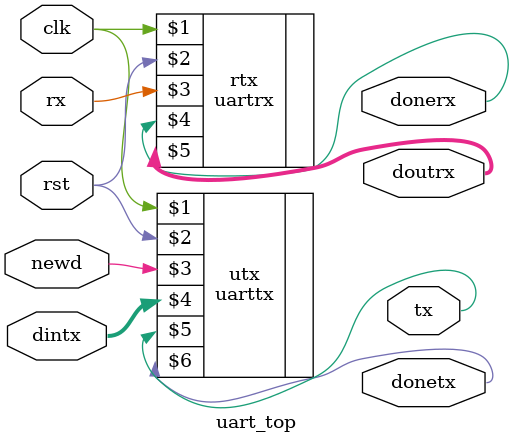
<source format=sv>
`timescale 1ns / 1ps
 
module uart_top
#(
parameter clk_freq = 1000000,
parameter baud_rate = 9600
)
(
  input clk,rst, 
  input rx,
  input [7:0] dintx,
  input newd,
  output tx, 
  output [7:0] doutrx,
  output donetx,
  output donerx
    );
    
uarttx 
#(clk_freq, baud_rate) 
utx   
(clk, rst, newd, dintx, tx, donetx);   
 
uartrx 
#(clk_freq, baud_rate)
rtx
(clk, rst, rx, donerx, doutrx);    
    
    
endmodule
 

</source>
